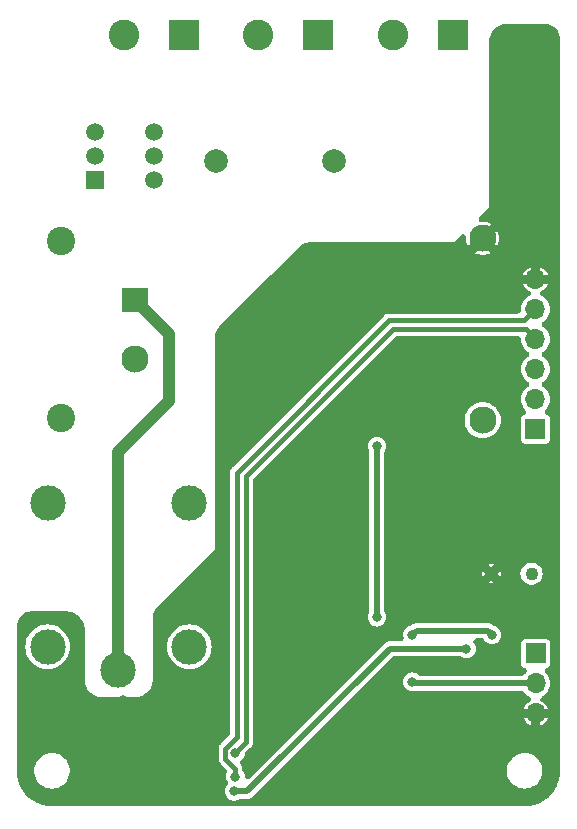
<source format=gbl>
%TF.GenerationSoftware,KiCad,Pcbnew,7.0.8*%
%TF.CreationDate,2025-03-27T12:51:53-03:00*%
%TF.ProjectId,on_off_module_x1,6f6e5f6f-6666-45f6-9d6f-64756c655f78,2.0*%
%TF.SameCoordinates,Original*%
%TF.FileFunction,Copper,L2,Bot*%
%TF.FilePolarity,Positive*%
%FSLAX46Y46*%
G04 Gerber Fmt 4.6, Leading zero omitted, Abs format (unit mm)*
G04 Created by KiCad (PCBNEW 7.0.8) date 2025-03-27 12:51:53*
%MOMM*%
%LPD*%
G01*
G04 APERTURE LIST*
%TA.AperFunction,ComponentPad*%
%ADD10C,1.100000*%
%TD*%
%TA.AperFunction,ComponentPad*%
%ADD11R,2.600000X2.600000*%
%TD*%
%TA.AperFunction,ComponentPad*%
%ADD12C,2.600000*%
%TD*%
%TA.AperFunction,ComponentPad*%
%ADD13C,2.000000*%
%TD*%
%TA.AperFunction,ComponentPad*%
%ADD14C,3.000000*%
%TD*%
%TA.AperFunction,ComponentPad*%
%ADD15R,1.700000X1.700000*%
%TD*%
%TA.AperFunction,ComponentPad*%
%ADD16O,1.700000X1.700000*%
%TD*%
%TA.AperFunction,ComponentPad*%
%ADD17C,2.400000*%
%TD*%
%TA.AperFunction,ComponentPad*%
%ADD18R,2.300000X2.000000*%
%TD*%
%TA.AperFunction,ComponentPad*%
%ADD19C,2.300000*%
%TD*%
%TA.AperFunction,ComponentPad*%
%ADD20R,1.500000X1.500000*%
%TD*%
%TA.AperFunction,ComponentPad*%
%ADD21C,1.500000*%
%TD*%
%TA.AperFunction,ViaPad*%
%ADD22C,0.800000*%
%TD*%
%TA.AperFunction,Conductor*%
%ADD23C,1.016000*%
%TD*%
%TA.AperFunction,Conductor*%
%ADD24C,0.508000*%
%TD*%
%TA.AperFunction,Conductor*%
%ADD25C,0.381000*%
%TD*%
G04 APERTURE END LIST*
D10*
%TO.P,R8,1*%
%TO.N,GND*%
X165721000Y-118350001D03*
%TO.P,R8,2*%
%TO.N,LDR*%
X169121000Y-118350001D03*
%TD*%
D11*
%TO.P,J3,1,Pin_1*%
%TO.N,NEUT*%
X162495500Y-72757001D03*
D12*
%TO.P,J3,2,Pin_2*%
%TO.N,Net-(J3-Pin_2)*%
X157415500Y-72757001D03*
%TD*%
D13*
%TO.P,C6,1*%
%TO.N,Net-(J2-Pin_1)*%
X152368000Y-83425001D03*
%TO.P,C6,2*%
%TO.N,Net-(C6-Pad2)*%
X142368000Y-83425001D03*
%TD*%
D14*
%TO.P,K1,11*%
%TO.N,LINE*%
X134147000Y-126527001D03*
%TO.P,K1,12*%
%TO.N,unconnected-(K1-Pad12)*%
X128147000Y-112327001D03*
%TO.P,K1,14*%
%TO.N,Net-(J3-Pin_2)*%
X140147000Y-112327001D03*
%TO.P,K1,A1*%
%TO.N,+12V*%
X140147000Y-124527001D03*
%TO.P,K1,A2*%
%TO.N,Net-(D2-A)*%
X128147000Y-124527001D03*
%TD*%
D15*
%TO.P,J4,1,Pin_1*%
%TO.N,unconnected-(J4-Pin_1-Pad1)*%
X169453000Y-106099001D03*
D16*
%TO.P,J4,2,Pin_2*%
%TO.N,unconnected-(J4-Pin_2-Pad2)*%
X169453000Y-103559001D03*
%TO.P,J4,3,Pin_3*%
%TO.N,+3.3V*%
X169453000Y-101019001D03*
%TO.P,J4,4,Pin_4*%
%TO.N,TX*%
X169453000Y-98479001D03*
%TO.P,J4,5,Pin_5*%
%TO.N,RX*%
X169453000Y-95939001D03*
%TO.P,J4,6,Pin_6*%
%TO.N,GND*%
X169453000Y-93399001D03*
%TD*%
D11*
%TO.P,J2,1,Pin_1*%
%TO.N,Net-(J2-Pin_1)*%
X151078000Y-72757001D03*
D12*
%TO.P,J2,2,Pin_2*%
%TO.N,Net-(J2-Pin_2)*%
X145998000Y-72757001D03*
%TD*%
D11*
%TO.P,J1,1,Pin_1*%
%TO.N,NEUT*%
X139660500Y-72757001D03*
D12*
%TO.P,J1,2,Pin_2*%
%TO.N,Net-(J1-Pin_2)*%
X134580500Y-72757001D03*
%TD*%
D17*
%TO.P,C1,1*%
%TO.N,LINE*%
X129321000Y-90149001D03*
%TO.P,C1,2*%
%TO.N,NEUT*%
X129321000Y-105149001D03*
%TD*%
D18*
%TO.P,PS1,1,AC/L*%
%TO.N,LINE*%
X135586500Y-95149001D03*
D19*
%TO.P,PS1,2,AC/N*%
%TO.N,NEUT*%
X135586500Y-100149001D03*
%TO.P,PS1,3,-Vout*%
%TO.N,GND*%
X164986500Y-89949001D03*
%TO.P,PS1,4,+Vout*%
%TO.N,+12V*%
X164986500Y-105349001D03*
%TD*%
D15*
%TO.P,J5,1,Pin_1*%
%TO.N,+3.3V*%
X169478000Y-125081001D03*
D16*
%TO.P,J5,2,Pin_2*%
%TO.N,FLASH*%
X169478000Y-127621001D03*
%TO.P,J5,3,Pin_3*%
%TO.N,GND*%
X169478000Y-130161001D03*
%TD*%
D20*
%TO.P,SW1,1,A*%
%TO.N,unconnected-(SW1-A-Pad1)*%
X132155000Y-84975001D03*
D21*
%TO.P,SW1,2,B*%
%TO.N,LINE*%
X132155000Y-82975001D03*
%TO.P,SW1,3,C*%
%TO.N,Net-(J1-Pin_2)*%
X132155000Y-80975001D03*
%TO.P,SW1,4,A*%
%TO.N,unconnected-(SW1-A-Pad4)*%
X137155000Y-84975001D03*
%TO.P,SW1,5,B*%
%TO.N,LINE*%
X137155000Y-82975001D03*
%TO.P,SW1,6,C*%
%TO.N,Net-(J1-Pin_2)*%
X137155000Y-80975001D03*
%TD*%
D22*
%TO.N,GND*%
X166533000Y-82535001D03*
X151653000Y-95355001D03*
X166783000Y-108285001D03*
X159273000Y-95355001D03*
X159273000Y-102975001D03*
X126783000Y-127785001D03*
X137283000Y-137285001D03*
X153093000Y-131340001D03*
X166283000Y-126035001D03*
X147843000Y-95355001D03*
X163083000Y-102975001D03*
X126783000Y-131535001D03*
X134533000Y-129035001D03*
X157642001Y-114046001D03*
X165533000Y-114285001D03*
X163083000Y-99165001D03*
X130533000Y-129785001D03*
X162283000Y-114285001D03*
X154283000Y-103785001D03*
X153093000Y-126035001D03*
X163083000Y-106785001D03*
X131533000Y-137285001D03*
X149283000Y-135785001D03*
X153093000Y-135785001D03*
X159273000Y-106785001D03*
X151653000Y-91545001D03*
X169033000Y-89035001D03*
X166533000Y-132035001D03*
X159273000Y-91545001D03*
X141783000Y-121868501D03*
X138211000Y-127785001D03*
X144033000Y-99165001D03*
X144033000Y-102975001D03*
X166533000Y-79535001D03*
X144033000Y-106785001D03*
X157783000Y-126535001D03*
X168588998Y-110486800D03*
X139783000Y-134535001D03*
X134783000Y-131285001D03*
X151653000Y-106785001D03*
X167283000Y-119785001D03*
X149033000Y-130285001D03*
X147843000Y-102975001D03*
X146283000Y-117285001D03*
X153093000Y-122450001D03*
X156903000Y-135785001D03*
X168691000Y-87285001D03*
X155463000Y-91545001D03*
X149283000Y-126035001D03*
X156903000Y-131340001D03*
X147843000Y-99165001D03*
X153959000Y-116092001D03*
X133033000Y-134535001D03*
X149283000Y-122450001D03*
X150657000Y-116092002D03*
X151653000Y-99165001D03*
X155463000Y-95355001D03*
X157642001Y-111292001D03*
X157533000Y-117535001D03*
X142533000Y-131285001D03*
X163083000Y-91545001D03*
X168588999Y-113484001D03*
X142533000Y-127785001D03*
X170033000Y-73035001D03*
X157783000Y-122285001D03*
%TO.N,SWITCH*%
X156033000Y-107535001D03*
X156033000Y-122035001D03*
%TO.N,LDR*%
X159039000Y-123518501D03*
X165770000Y-123518501D03*
%TO.N,TX*%
X144053000Y-133518501D03*
%TO.N,RX*%
X144053000Y-135518501D03*
%TO.N,FLASH*%
X159039000Y-127494001D03*
%TO.N,Net-(R5-Pad1)*%
X143926000Y-136765001D03*
X163611000Y-124700001D03*
%TD*%
D23*
%TO.N,LINE*%
X135586500Y-95149001D02*
X138465000Y-98027501D01*
X134147000Y-108063001D02*
X134147000Y-126527001D01*
X138465000Y-103745001D02*
X134147000Y-108063001D01*
X138465000Y-98027501D02*
X138465000Y-103745001D01*
D24*
%TO.N,SWITCH*%
X156033000Y-107535001D02*
X156033000Y-122035001D01*
%TO.N,LDR*%
X165427500Y-123176001D02*
X165770000Y-123518501D01*
X159039000Y-123518501D02*
X159381500Y-123176001D01*
X159381500Y-123176001D02*
X165427500Y-123176001D01*
D25*
%TO.N,TX*%
X144942000Y-110095001D02*
X157388000Y-97649001D01*
X144942000Y-132629501D02*
X144942000Y-110095001D01*
X168623000Y-97649001D02*
X169453000Y-98479001D01*
X144053000Y-133518501D02*
X144942000Y-132629501D01*
X157388000Y-97649001D02*
X168623000Y-97649001D01*
%TO.N,RX*%
X157070500Y-96887001D02*
X168505000Y-96887001D01*
X144180000Y-132193001D02*
X144180000Y-109777501D01*
X168505000Y-96887001D02*
X169453000Y-95939001D01*
X144053000Y-134860001D02*
X143199000Y-134006001D01*
X144053000Y-135518501D02*
X144053000Y-134860001D01*
X144180000Y-109777501D02*
X157070500Y-96887001D01*
X143199000Y-133174001D02*
X144180000Y-132193001D01*
X143199000Y-134006001D02*
X143199000Y-133174001D01*
D24*
%TO.N,FLASH*%
X169478000Y-127621001D02*
X159166000Y-127621001D01*
X159166000Y-127621001D02*
X159039000Y-127494001D01*
%TO.N,Net-(R5-Pad1)*%
X157118000Y-124700001D02*
X145053000Y-136765001D01*
X163611000Y-124700001D02*
X157118000Y-124700001D01*
X145053000Y-136765001D02*
X143926000Y-136765001D01*
%TD*%
%TA.AperFunction,Conductor*%
%TO.N,GND*%
G36*
X170268507Y-71785483D02*
G01*
X170308686Y-71788998D01*
X170461489Y-71802366D01*
X170504903Y-71810021D01*
X170675984Y-71855861D01*
X170717422Y-71870944D01*
X170785397Y-71902641D01*
X170877943Y-71945796D01*
X170916124Y-71967839D01*
X171061213Y-72069432D01*
X171094990Y-72097775D01*
X171220225Y-72223010D01*
X171248568Y-72256788D01*
X171350158Y-72401873D01*
X171372205Y-72440059D01*
X171447056Y-72600578D01*
X171462139Y-72642018D01*
X171482020Y-72716213D01*
X171505837Y-72805102D01*
X171507977Y-72813086D01*
X171515635Y-72856517D01*
X171532018Y-73043776D01*
X171532500Y-73054806D01*
X171532500Y-135031693D01*
X171532327Y-135038287D01*
X171532025Y-135044069D01*
X171525511Y-135168334D01*
X171518446Y-135294154D01*
X171518436Y-135294336D01*
X171515940Y-135329872D01*
X171512448Y-135365324D01*
X171511250Y-135375954D01*
X171511249Y-135375964D01*
X171509333Y-135391052D01*
X171490398Y-135510609D01*
X171470628Y-135626969D01*
X171464168Y-135662004D01*
X171457462Y-135693408D01*
X171455941Y-135699731D01*
X171420583Y-135831686D01*
X171385875Y-135952164D01*
X171375531Y-135986264D01*
X171370073Y-136002591D01*
X171316879Y-136141162D01*
X171265248Y-136265814D01*
X171253603Y-136292846D01*
X171250137Y-136300226D01*
X171180490Y-136436920D01*
X171110259Y-136563992D01*
X171101875Y-136578670D01*
X171098125Y-136584821D01*
X171013026Y-136715865D01*
X170922823Y-136842992D01*
X170921423Y-136844907D01*
X170917196Y-136850482D01*
X170818387Y-136972502D01*
X170814401Y-136977187D01*
X170711471Y-137092366D01*
X170706595Y-137097524D01*
X170595518Y-137208601D01*
X170590360Y-137213477D01*
X170475201Y-137316389D01*
X170470517Y-137320374D01*
X170348494Y-137419188D01*
X170342937Y-137423402D01*
X170340982Y-137424831D01*
X170213862Y-137515027D01*
X170082819Y-137600127D01*
X170076667Y-137603877D01*
X170065894Y-137610031D01*
X170061985Y-137612264D01*
X170027545Y-137631298D01*
X169934933Y-137682482D01*
X169798206Y-137752146D01*
X169790827Y-137755612D01*
X169763814Y-137767249D01*
X169639174Y-137818875D01*
X169500571Y-137872079D01*
X169490326Y-137875504D01*
X169484256Y-137877534D01*
X169459370Y-137885083D01*
X169450163Y-137887876D01*
X169329735Y-137922570D01*
X169197708Y-137957947D01*
X169191384Y-137959468D01*
X169171593Y-137963694D01*
X169160000Y-137966170D01*
X169124967Y-137972629D01*
X169092373Y-137978166D01*
X169008695Y-137992384D01*
X168889015Y-138011339D01*
X168878179Y-138012714D01*
X168873953Y-138013251D01*
X168863323Y-138014449D01*
X168848129Y-138015945D01*
X168827867Y-138017941D01*
X168792335Y-138020437D01*
X168666600Y-138027497D01*
X168552722Y-138033466D01*
X168536278Y-138034328D01*
X168529663Y-138034501D01*
X144143643Y-138034501D01*
X144046824Y-138015243D01*
X143964745Y-137960399D01*
X143926060Y-137902503D01*
X143914695Y-137927903D01*
X143842963Y-137995721D01*
X143750739Y-138030926D01*
X143708357Y-138034501D01*
X128536318Y-138034501D01*
X128529700Y-138034328D01*
X128399760Y-138027522D01*
X128291459Y-138021443D01*
X128273843Y-138020455D01*
X128256065Y-138019206D01*
X128238288Y-138017958D01*
X128202808Y-138014464D01*
X128191827Y-138013227D01*
X128176703Y-138011307D01*
X128120498Y-138002407D01*
X128057434Y-137992420D01*
X127941356Y-137972701D01*
X127934894Y-137971509D01*
X127906311Y-137966239D01*
X127874301Y-137959405D01*
X127867977Y-137957883D01*
X127736315Y-137922608D01*
X127616284Y-137888031D01*
X127601433Y-137883526D01*
X127582177Y-137877685D01*
X127564964Y-137871931D01*
X127481913Y-137840053D01*
X127426827Y-137818908D01*
X127380142Y-137799572D01*
X127302714Y-137767502D01*
X127275006Y-137755567D01*
X127267629Y-137752103D01*
X127131057Y-137682518D01*
X127004578Y-137612617D01*
X126989179Y-137603822D01*
X126983020Y-137600068D01*
X126852105Y-137515053D01*
X126846198Y-137510862D01*
X126725621Y-137425310D01*
X126722532Y-137423052D01*
X126717518Y-137419250D01*
X126595430Y-137320386D01*
X126590746Y-137316400D01*
X126503039Y-137238021D01*
X126475599Y-137213499D01*
X126470456Y-137208636D01*
X126359357Y-137097536D01*
X126354483Y-137092380D01*
X126315047Y-137048251D01*
X126251586Y-136977239D01*
X126247617Y-136972574D01*
X126221239Y-136940000D01*
X126201448Y-136915559D01*
X126148764Y-136850499D01*
X126144909Y-136845416D01*
X126142690Y-136842379D01*
X126052935Y-136715878D01*
X125967940Y-136584994D01*
X125964186Y-136578835D01*
X125955708Y-136563992D01*
X125955382Y-136563421D01*
X125929315Y-136516255D01*
X125885475Y-136436929D01*
X125815892Y-136300361D01*
X125812422Y-136292969D01*
X125800498Y-136265285D01*
X125749086Y-136141160D01*
X125715913Y-136054738D01*
X125696068Y-136003036D01*
X125692684Y-135992911D01*
X125690313Y-135985815D01*
X125679969Y-135951717D01*
X125645388Y-135831672D01*
X125636739Y-135799394D01*
X125610117Y-135700028D01*
X125608603Y-135693740D01*
X125604817Y-135676009D01*
X125601760Y-135661686D01*
X125595299Y-135626645D01*
X125576927Y-135518500D01*
X125575582Y-135510585D01*
X125556690Y-135391286D01*
X125554778Y-135376213D01*
X125553528Y-135365117D01*
X125550042Y-135329713D01*
X125547545Y-135294155D01*
X125540470Y-135168099D01*
X125540011Y-135159340D01*
X127032500Y-135159340D01*
X127071205Y-135391290D01*
X127073429Y-135404615D01*
X127154172Y-135639811D01*
X127272526Y-135858510D01*
X127272528Y-135858513D01*
X127272529Y-135858514D01*
X127425256Y-136054738D01*
X127425258Y-136054740D01*
X127425262Y-136054745D01*
X127608215Y-136223165D01*
X127608220Y-136223168D01*
X127608220Y-136223169D01*
X127816389Y-136359172D01*
X127816391Y-136359173D01*
X127816393Y-136359174D01*
X128044119Y-136459064D01*
X128285179Y-136520109D01*
X128359480Y-136526265D01*
X128470930Y-136535501D01*
X128470933Y-136535501D01*
X128595070Y-136535501D01*
X128687944Y-136527805D01*
X128780821Y-136520109D01*
X129021881Y-136459064D01*
X129249607Y-136359174D01*
X129457785Y-136223165D01*
X129640738Y-136054745D01*
X129793474Y-135858510D01*
X129911828Y-135639811D01*
X129992571Y-135404615D01*
X130033500Y-135159336D01*
X130033500Y-134910666D01*
X129992571Y-134665387D01*
X129911828Y-134430191D01*
X129793474Y-134211492D01*
X129662715Y-134043493D01*
X129640743Y-134015263D01*
X129640741Y-134015261D01*
X129640738Y-134015257D01*
X129630683Y-134006001D01*
X142622065Y-134006001D01*
X142626483Y-134039562D01*
X142626486Y-134039597D01*
X142641721Y-134155317D01*
X142641723Y-134155323D01*
X142699358Y-134294468D01*
X142791045Y-134413956D01*
X142791046Y-134413957D01*
X142814459Y-134431923D01*
X142826914Y-134442845D01*
X143288253Y-134904185D01*
X143343097Y-134986264D01*
X143362355Y-135083083D01*
X143348158Y-135166643D01*
X143291098Y-135329713D01*
X143286273Y-135343501D01*
X143266555Y-135518501D01*
X143286273Y-135693501D01*
X143290766Y-135706340D01*
X143344436Y-135859723D01*
X143344437Y-135859725D01*
X143344438Y-135859727D01*
X143384358Y-135923259D01*
X143419561Y-136015481D01*
X143416793Y-136114158D01*
X143376474Y-136204264D01*
X143349036Y-136236757D01*
X143311129Y-136274664D01*
X143217439Y-136423771D01*
X143217436Y-136423778D01*
X143159273Y-136590001D01*
X143139555Y-136765000D01*
X143139555Y-136765001D01*
X143159273Y-136940000D01*
X143217436Y-137106223D01*
X143217439Y-137106230D01*
X143311129Y-137255337D01*
X143435663Y-137379871D01*
X143584770Y-137473561D01*
X143584772Y-137473562D01*
X143584774Y-137473563D01*
X143751000Y-137531728D01*
X143751001Y-137531728D01*
X143751004Y-137531729D01*
X143764652Y-137534844D01*
X143854759Y-137575163D01*
X143922577Y-137646895D01*
X143927148Y-137658869D01*
X143964745Y-137602603D01*
X144046824Y-137547759D01*
X144087348Y-137534844D01*
X144100995Y-137531729D01*
X144100996Y-137531728D01*
X144101000Y-137531728D01*
X144267226Y-137473563D01*
X144321787Y-137439280D01*
X144414012Y-137404076D01*
X144456391Y-137400501D01*
X144963395Y-137400501D01*
X144975306Y-137401063D01*
X144992719Y-137402709D01*
X145062985Y-137400501D01*
X145092983Y-137400501D01*
X145092985Y-137400501D01*
X145096989Y-137399995D01*
X145108874Y-137399058D01*
X145153205Y-137397666D01*
X145163145Y-137394777D01*
X145202029Y-137386725D01*
X145212299Y-137385428D01*
X145253540Y-137369099D01*
X145264790Y-137365247D01*
X145307393Y-137352870D01*
X145316305Y-137347599D01*
X145351960Y-137330131D01*
X145361588Y-137326320D01*
X145375242Y-137316400D01*
X145397471Y-137300249D01*
X145407425Y-137293710D01*
X145445598Y-137271135D01*
X145452913Y-137263819D01*
X145483115Y-137238025D01*
X145491487Y-137231943D01*
X145519766Y-137197757D01*
X145527767Y-137188964D01*
X147557391Y-135159340D01*
X167032500Y-135159340D01*
X167071205Y-135391290D01*
X167073429Y-135404615D01*
X167154172Y-135639811D01*
X167272526Y-135858510D01*
X167272528Y-135858513D01*
X167272529Y-135858514D01*
X167425256Y-136054738D01*
X167425258Y-136054740D01*
X167425262Y-136054745D01*
X167608215Y-136223165D01*
X167608220Y-136223168D01*
X167608220Y-136223169D01*
X167816389Y-136359172D01*
X167816391Y-136359173D01*
X167816393Y-136359174D01*
X168044119Y-136459064D01*
X168285179Y-136520109D01*
X168359480Y-136526265D01*
X168470930Y-136535501D01*
X168470933Y-136535501D01*
X168595070Y-136535501D01*
X168687944Y-136527805D01*
X168780821Y-136520109D01*
X169021881Y-136459064D01*
X169249607Y-136359174D01*
X169457785Y-136223165D01*
X169640738Y-136054745D01*
X169793474Y-135858510D01*
X169911828Y-135639811D01*
X169992571Y-135404615D01*
X170033500Y-135159336D01*
X170033500Y-134910666D01*
X169992571Y-134665387D01*
X169911828Y-134430191D01*
X169793474Y-134211492D01*
X169662715Y-134043493D01*
X169640743Y-134015263D01*
X169640741Y-134015261D01*
X169640738Y-134015257D01*
X169457785Y-133846837D01*
X169457779Y-133846833D01*
X169457779Y-133846832D01*
X169249610Y-133710829D01*
X169069480Y-133631817D01*
X169021881Y-133610938D01*
X169015870Y-133609415D01*
X168780823Y-133549893D01*
X168780818Y-133549892D01*
X168595070Y-133534501D01*
X168595067Y-133534501D01*
X168470933Y-133534501D01*
X168470930Y-133534501D01*
X168285181Y-133549892D01*
X168285176Y-133549893D01*
X168044122Y-133610937D01*
X168044119Y-133610938D01*
X167816389Y-133710829D01*
X167608220Y-133846832D01*
X167608220Y-133846833D01*
X167608217Y-133846835D01*
X167608215Y-133846837D01*
X167467103Y-133976740D01*
X167425261Y-134015258D01*
X167425256Y-134015263D01*
X167272529Y-134211487D01*
X167272526Y-134211490D01*
X167272526Y-134211492D01*
X167154172Y-134430191D01*
X167151843Y-134436975D01*
X167073429Y-134665386D01*
X167073428Y-134665390D01*
X167032500Y-134910661D01*
X167032500Y-135159340D01*
X147557391Y-135159340D01*
X152174731Y-130542001D01*
X168438586Y-130542001D01*
X168444140Y-130561519D01*
X168444142Y-130561526D01*
X168535336Y-130744667D01*
X168535336Y-130744668D01*
X168658635Y-130907944D01*
X168809841Y-131045787D01*
X168983794Y-131153493D01*
X168983802Y-131153497D01*
X169096999Y-131197350D01*
X169097000Y-131197349D01*
X169097000Y-130542001D01*
X168438586Y-130542001D01*
X152174731Y-130542001D01*
X155222732Y-127494001D01*
X158252555Y-127494001D01*
X158272273Y-127669000D01*
X158330436Y-127835223D01*
X158330439Y-127835230D01*
X158424129Y-127984337D01*
X158548663Y-128108871D01*
X158697770Y-128202561D01*
X158697772Y-128202562D01*
X158697774Y-128202563D01*
X158864000Y-128260728D01*
X159039000Y-128280446D01*
X159214000Y-128260728D01*
X159214001Y-128260727D01*
X159228118Y-128259137D01*
X159228237Y-128260195D01*
X159261025Y-128256501D01*
X168287895Y-128256501D01*
X168384714Y-128275759D01*
X168466793Y-128330603D01*
X168495138Y-128364384D01*
X168531013Y-128415618D01*
X168683383Y-128567988D01*
X168859898Y-128691585D01*
X168945552Y-128731526D01*
X169025158Y-128789895D01*
X169076369Y-128874288D01*
X169091386Y-128971855D01*
X169067923Y-129067742D01*
X169009552Y-129147351D01*
X168971814Y-129175925D01*
X168809843Y-129276212D01*
X168658635Y-129414057D01*
X168535336Y-129577333D01*
X168535336Y-129577334D01*
X168444142Y-129760475D01*
X168444140Y-129760482D01*
X168438586Y-129780001D01*
X169154176Y-129780001D01*
X169096239Y-129830203D01*
X169018507Y-129951157D01*
X168978000Y-130089112D01*
X168978000Y-130232890D01*
X169018507Y-130370845D01*
X169096239Y-130491799D01*
X169204900Y-130585953D01*
X169335685Y-130645681D01*
X169442237Y-130661001D01*
X169513763Y-130661001D01*
X169620315Y-130645681D01*
X169751100Y-130585953D01*
X169801824Y-130542001D01*
X169859000Y-130542001D01*
X169859000Y-131197350D01*
X169972197Y-131153497D01*
X169972205Y-131153493D01*
X170146158Y-131045787D01*
X170297364Y-130907944D01*
X170420663Y-130744668D01*
X170420663Y-130744667D01*
X170511857Y-130561526D01*
X170511859Y-130561519D01*
X170517414Y-130542001D01*
X169859000Y-130542001D01*
X169801824Y-130542001D01*
X169859761Y-130491799D01*
X169937493Y-130370845D01*
X169978000Y-130232890D01*
X169978000Y-130089112D01*
X169937493Y-129951157D01*
X169859761Y-129830203D01*
X169801824Y-129780001D01*
X170517414Y-129780001D01*
X170511859Y-129760482D01*
X170511857Y-129760475D01*
X170420663Y-129577334D01*
X170420663Y-129577333D01*
X170297364Y-129414057D01*
X170146156Y-129276212D01*
X169984185Y-129175925D01*
X169912006Y-129108583D01*
X169871092Y-129018745D01*
X169867672Y-128920089D01*
X169902267Y-128827633D01*
X169969609Y-128755454D01*
X170010435Y-128731532D01*
X170096102Y-128691585D01*
X170272617Y-128567988D01*
X170424987Y-128415618D01*
X170548584Y-128239103D01*
X170639652Y-128043808D01*
X170695423Y-127835666D01*
X170714204Y-127621001D01*
X170695423Y-127406336D01*
X170639652Y-127198194D01*
X170548584Y-127002899D01*
X170424987Y-126826384D01*
X170324044Y-126725441D01*
X170269201Y-126643363D01*
X170249943Y-126546544D01*
X170269201Y-126449725D01*
X170324045Y-126367646D01*
X170406124Y-126312802D01*
X170428249Y-126304821D01*
X170438355Y-126301697D01*
X170438361Y-126301697D01*
X170552746Y-126245777D01*
X170642776Y-126155747D01*
X170698696Y-126041362D01*
X170709500Y-125967207D01*
X170709500Y-124194795D01*
X170698696Y-124120640D01*
X170642776Y-124006255D01*
X170552746Y-123916225D01*
X170438361Y-123860305D01*
X170438359Y-123860304D01*
X170438358Y-123860304D01*
X170364207Y-123849501D01*
X170364206Y-123849501D01*
X168591794Y-123849501D01*
X168591792Y-123849501D01*
X168517641Y-123860304D01*
X168517639Y-123860305D01*
X168403254Y-123916225D01*
X168403252Y-123916226D01*
X168403251Y-123916227D01*
X168313226Y-124006252D01*
X168313225Y-124006253D01*
X168313224Y-124006255D01*
X168283363Y-124067336D01*
X168257303Y-124120642D01*
X168246500Y-124194793D01*
X168246500Y-125967208D01*
X168257303Y-126041359D01*
X168257303Y-126041360D01*
X168257304Y-126041362D01*
X168313224Y-126155747D01*
X168403254Y-126245777D01*
X168517639Y-126301697D01*
X168517643Y-126301697D01*
X168517644Y-126301698D01*
X168527752Y-126304822D01*
X168614569Y-126351807D01*
X168676797Y-126428439D01*
X168704963Y-126523051D01*
X168694778Y-126621240D01*
X168647793Y-126708057D01*
X168631955Y-126725441D01*
X168531015Y-126826381D01*
X168531010Y-126826387D01*
X168495141Y-126877615D01*
X168423833Y-126945878D01*
X168331829Y-126981657D01*
X168287895Y-126985501D01*
X159740503Y-126985501D01*
X159643684Y-126966243D01*
X159561605Y-126911399D01*
X159529336Y-126879130D01*
X159380229Y-126785440D01*
X159380222Y-126785437D01*
X159275207Y-126748691D01*
X159214000Y-126727274D01*
X159039000Y-126707556D01*
X158864000Y-126727274D01*
X158697777Y-126785437D01*
X158697770Y-126785440D01*
X158548663Y-126879130D01*
X158424129Y-127003664D01*
X158330439Y-127152771D01*
X158330436Y-127152778D01*
X158272273Y-127319001D01*
X158252555Y-127494000D01*
X158252555Y-127494001D01*
X155222732Y-127494001D01*
X157307131Y-125409603D01*
X157389210Y-125354759D01*
X157486029Y-125335501D01*
X163080609Y-125335501D01*
X163177428Y-125354759D01*
X163215213Y-125374280D01*
X163269774Y-125408563D01*
X163436000Y-125466728D01*
X163611000Y-125486446D01*
X163786000Y-125466728D01*
X163952226Y-125408563D01*
X164006787Y-125374280D01*
X164101336Y-125314871D01*
X164101337Y-125314869D01*
X164101340Y-125314868D01*
X164225867Y-125190341D01*
X164319562Y-125041227D01*
X164377727Y-124875001D01*
X164397445Y-124700001D01*
X164377727Y-124525001D01*
X164319562Y-124358775D01*
X164319561Y-124358773D01*
X164319560Y-124358771D01*
X164219235Y-124199105D01*
X164184031Y-124106880D01*
X164186799Y-124008203D01*
X164227119Y-123918097D01*
X164298852Y-123850280D01*
X164391077Y-123815076D01*
X164433456Y-123811501D01*
X164891308Y-123811501D01*
X164988127Y-123830759D01*
X165070206Y-123885603D01*
X165105530Y-123929898D01*
X165155131Y-124008839D01*
X165279663Y-124133371D01*
X165428770Y-124227061D01*
X165428772Y-124227062D01*
X165428774Y-124227063D01*
X165595000Y-124285228D01*
X165770000Y-124304946D01*
X165945000Y-124285228D01*
X166111226Y-124227063D01*
X166155721Y-124199105D01*
X166260336Y-124133371D01*
X166260337Y-124133369D01*
X166260340Y-124133368D01*
X166384867Y-124008841D01*
X166395802Y-123991439D01*
X166478560Y-123859730D01*
X166478559Y-123859730D01*
X166478562Y-123859727D01*
X166536727Y-123693501D01*
X166556445Y-123518501D01*
X166536727Y-123343501D01*
X166478562Y-123177275D01*
X166478561Y-123177273D01*
X166478560Y-123177271D01*
X166384870Y-123028164D01*
X166260336Y-122903630D01*
X166111229Y-122809940D01*
X166111217Y-122809935D01*
X165932268Y-122747318D01*
X165855497Y-122702380D01*
X165854850Y-122703215D01*
X165845376Y-122695864D01*
X165836322Y-122688130D01*
X165804008Y-122657785D01*
X165804002Y-122657781D01*
X165794936Y-122652797D01*
X165761751Y-122630999D01*
X165753567Y-122624651D01*
X165753566Y-122624650D01*
X165753564Y-122624649D01*
X165712857Y-122607034D01*
X165702166Y-122601797D01*
X165663303Y-122580432D01*
X165653269Y-122577855D01*
X165615710Y-122564996D01*
X165606207Y-122560883D01*
X165562414Y-122553947D01*
X165550740Y-122551530D01*
X165513394Y-122541942D01*
X165507782Y-122540501D01*
X165507781Y-122540501D01*
X165497428Y-122540501D01*
X165457851Y-122537386D01*
X165447622Y-122535766D01*
X165447620Y-122535765D01*
X165403475Y-122539939D01*
X165391563Y-122540501D01*
X159471105Y-122540501D01*
X159459194Y-122539939D01*
X159441780Y-122538292D01*
X159371515Y-122540501D01*
X159341517Y-122540501D01*
X159341514Y-122540501D01*
X159341495Y-122540502D01*
X159337475Y-122541010D01*
X159325615Y-122541942D01*
X159281297Y-122543335D01*
X159281291Y-122543336D01*
X159271334Y-122546229D01*
X159232483Y-122554274D01*
X159222209Y-122555572D01*
X159222202Y-122555573D01*
X159222201Y-122555574D01*
X159222199Y-122555574D01*
X159222191Y-122555577D01*
X159180971Y-122571896D01*
X159169699Y-122575756D01*
X159127106Y-122588132D01*
X159118183Y-122593409D01*
X159082552Y-122610865D01*
X159072913Y-122614681D01*
X159072905Y-122614686D01*
X159037035Y-122640746D01*
X159027077Y-122647287D01*
X158988905Y-122669864D01*
X158988896Y-122669871D01*
X158981568Y-122677199D01*
X158951399Y-122702965D01*
X158933088Y-122716270D01*
X158867930Y-122750398D01*
X158697782Y-122809935D01*
X158697770Y-122809940D01*
X158548663Y-122903630D01*
X158424129Y-123028164D01*
X158330439Y-123177271D01*
X158330436Y-123177278D01*
X158272273Y-123343501D01*
X158252555Y-123518500D01*
X158252555Y-123518501D01*
X158272273Y-123693502D01*
X158284324Y-123727942D01*
X158298123Y-123825689D01*
X158273465Y-123921275D01*
X158214105Y-124000150D01*
X158129080Y-124050304D01*
X158045521Y-124064501D01*
X157207618Y-124064501D01*
X157195706Y-124063939D01*
X157178282Y-124062291D01*
X157107997Y-124064501D01*
X157078002Y-124064501D01*
X157073984Y-124065009D01*
X157062118Y-124065942D01*
X157017797Y-124067335D01*
X157017791Y-124067336D01*
X157007834Y-124070229D01*
X156968983Y-124078274D01*
X156958709Y-124079572D01*
X156958696Y-124079575D01*
X156917472Y-124095896D01*
X156906197Y-124099757D01*
X156863607Y-124112131D01*
X156863605Y-124112132D01*
X156854682Y-124117409D01*
X156819056Y-124134862D01*
X156809417Y-124138678D01*
X156809412Y-124138681D01*
X156773541Y-124164743D01*
X156763578Y-124171288D01*
X156725403Y-124193865D01*
X156725398Y-124193868D01*
X156718073Y-124201194D01*
X156687895Y-124226968D01*
X156679513Y-124233057D01*
X156651242Y-124267230D01*
X156643219Y-124276047D01*
X145267771Y-135651496D01*
X145185692Y-135706340D01*
X145088873Y-135725598D01*
X144992054Y-135706340D01*
X144909975Y-135651496D01*
X144855131Y-135569417D01*
X144837465Y-135500929D01*
X144819727Y-135343501D01*
X144761562Y-135177275D01*
X144667867Y-135028161D01*
X144667865Y-135028159D01*
X144666719Y-135026335D01*
X144631515Y-134934110D01*
X144630440Y-134876583D01*
X144629935Y-134876583D01*
X144629935Y-134860001D01*
X144625551Y-134826698D01*
X144625547Y-134826660D01*
X144610278Y-134710684D01*
X144610277Y-134710681D01*
X144610277Y-134710679D01*
X144552641Y-134571533D01*
X144546307Y-134563278D01*
X144530854Y-134543140D01*
X144491692Y-134492101D01*
X144448031Y-134403565D01*
X144441576Y-134305061D01*
X144473307Y-134211584D01*
X144534674Y-134140278D01*
X144543331Y-134133373D01*
X144543340Y-134133368D01*
X144667867Y-134008841D01*
X144669652Y-134006001D01*
X144761560Y-133859730D01*
X144761559Y-133859730D01*
X144761562Y-133859727D01*
X144819727Y-133693501D01*
X144826677Y-133631812D01*
X144856652Y-133537762D01*
X144899184Y-133481245D01*
X145314094Y-133066335D01*
X145326531Y-133055428D01*
X145349955Y-133037456D01*
X145441641Y-132917969D01*
X145499277Y-132778823D01*
X145500959Y-132766046D01*
X145513999Y-132667005D01*
X145514000Y-132666992D01*
X145518936Y-132629501D01*
X145515084Y-132600241D01*
X145514000Y-132583711D01*
X145514000Y-122035001D01*
X155246555Y-122035001D01*
X155266273Y-122210000D01*
X155324436Y-122376223D01*
X155324439Y-122376230D01*
X155418129Y-122525337D01*
X155542663Y-122649871D01*
X155691770Y-122743561D01*
X155691772Y-122743562D01*
X155691774Y-122743563D01*
X155858000Y-122801728D01*
X156033000Y-122821446D01*
X156208000Y-122801728D01*
X156374226Y-122743563D01*
X156412404Y-122719574D01*
X156523336Y-122649871D01*
X156523337Y-122649869D01*
X156523340Y-122649868D01*
X156647867Y-122525341D01*
X156741562Y-122376227D01*
X156799727Y-122210001D01*
X156819445Y-122035001D01*
X156799727Y-121860001D01*
X156741562Y-121693775D01*
X156707278Y-121639212D01*
X156672074Y-121546987D01*
X156668500Y-121504609D01*
X156668500Y-119120670D01*
X165489145Y-119120670D01*
X165540958Y-119138800D01*
X165540964Y-119138802D01*
X165720999Y-119159088D01*
X165721001Y-119159088D01*
X165901040Y-119138801D01*
X165901041Y-119138801D01*
X165952853Y-119120671D01*
X165721000Y-118888816D01*
X165489145Y-119120670D01*
X156668500Y-119120670D01*
X156668500Y-118350001D01*
X164911913Y-118350001D01*
X164932199Y-118530040D01*
X164950329Y-118581854D01*
X165182183Y-118350000D01*
X165154024Y-118321841D01*
X165417105Y-118321841D01*
X165427454Y-118433522D01*
X165477448Y-118533923D01*
X165560334Y-118609485D01*
X165664920Y-118650001D01*
X165748802Y-118650001D01*
X165831250Y-118634589D01*
X165926610Y-118575544D01*
X165994201Y-118486039D01*
X166024895Y-118378161D01*
X166022285Y-118350000D01*
X166259815Y-118350000D01*
X166491670Y-118581854D01*
X166509800Y-118530042D01*
X166509800Y-118530041D01*
X166530087Y-118350001D01*
X168184369Y-118350001D01*
X168204837Y-118544740D01*
X168234031Y-118634589D01*
X168265345Y-118730963D01*
X168363250Y-118900539D01*
X168494272Y-119046053D01*
X168652684Y-119161147D01*
X168831565Y-119240790D01*
X168831572Y-119240792D01*
X169023089Y-119281500D01*
X169023092Y-119281500D01*
X169023095Y-119281501D01*
X169023097Y-119281501D01*
X169218903Y-119281501D01*
X169218905Y-119281501D01*
X169218910Y-119281500D01*
X169410427Y-119240792D01*
X169410431Y-119240790D01*
X169410435Y-119240790D01*
X169589316Y-119161147D01*
X169747728Y-119046053D01*
X169878750Y-118900539D01*
X169976655Y-118730963D01*
X170037163Y-118544738D01*
X170057631Y-118350001D01*
X170037163Y-118155264D01*
X169976655Y-117969039D01*
X169878750Y-117799463D01*
X169747728Y-117653949D01*
X169589316Y-117538855D01*
X169589314Y-117538854D01*
X169410434Y-117459211D01*
X169410427Y-117459209D01*
X169218910Y-117418501D01*
X169218905Y-117418501D01*
X169023095Y-117418501D01*
X169023089Y-117418501D01*
X168831572Y-117459209D01*
X168831565Y-117459211D01*
X168652683Y-117538855D01*
X168494273Y-117653947D01*
X168494270Y-117653950D01*
X168363251Y-117799461D01*
X168265344Y-117969041D01*
X168204837Y-118155261D01*
X168184369Y-118350001D01*
X166530087Y-118350001D01*
X166530087Y-118350000D01*
X166509801Y-118169965D01*
X166509799Y-118169959D01*
X166491669Y-118118146D01*
X166259815Y-118350000D01*
X166022285Y-118350000D01*
X166014546Y-118266480D01*
X165964552Y-118166079D01*
X165881666Y-118090517D01*
X165777080Y-118050001D01*
X165693198Y-118050001D01*
X165610750Y-118065413D01*
X165515390Y-118124458D01*
X165447799Y-118213963D01*
X165417105Y-118321841D01*
X165154024Y-118321841D01*
X164950328Y-118118145D01*
X164932200Y-118169955D01*
X164932199Y-118169962D01*
X164911913Y-118350000D01*
X164911913Y-118350001D01*
X156668500Y-118350001D01*
X156668500Y-117579329D01*
X165489144Y-117579329D01*
X165720999Y-117811184D01*
X165952853Y-117579330D01*
X165901039Y-117561200D01*
X165721001Y-117540914D01*
X165720999Y-117540914D01*
X165540961Y-117561200D01*
X165540954Y-117561201D01*
X165489144Y-117579329D01*
X156668500Y-117579329D01*
X156668500Y-108065391D01*
X156687758Y-107968572D01*
X156707281Y-107930784D01*
X156741561Y-107876228D01*
X156741562Y-107876227D01*
X156799727Y-107710001D01*
X156819445Y-107535001D01*
X156799727Y-107360001D01*
X156741562Y-107193775D01*
X156741561Y-107193773D01*
X156741560Y-107193771D01*
X156647870Y-107044664D01*
X156523336Y-106920130D01*
X156374229Y-106826440D01*
X156374222Y-106826437D01*
X156269207Y-106789691D01*
X156208000Y-106768274D01*
X156033000Y-106748556D01*
X155858000Y-106768274D01*
X155691777Y-106826437D01*
X155691770Y-106826440D01*
X155542663Y-106920130D01*
X155418129Y-107044664D01*
X155324439Y-107193771D01*
X155324436Y-107193778D01*
X155266273Y-107360001D01*
X155246555Y-107535000D01*
X155246555Y-107535001D01*
X155266273Y-107710000D01*
X155324438Y-107876228D01*
X155358719Y-107930784D01*
X155393925Y-108023008D01*
X155397500Y-108065391D01*
X155397500Y-121504609D01*
X155378242Y-121601428D01*
X155358722Y-121639212D01*
X155324439Y-121693773D01*
X155324436Y-121693778D01*
X155266273Y-121860001D01*
X155246555Y-122035000D01*
X155246555Y-122035001D01*
X145514000Y-122035001D01*
X145514000Y-110436727D01*
X145533258Y-110339908D01*
X145588102Y-110257829D01*
X150496930Y-105349001D01*
X163450264Y-105349001D01*
X163469177Y-105589318D01*
X163525454Y-105823727D01*
X163617703Y-106046436D01*
X163743657Y-106251975D01*
X163743665Y-106251986D01*
X163900215Y-106435282D01*
X163900218Y-106435285D01*
X164083514Y-106591835D01*
X164083519Y-106591838D01*
X164083523Y-106591842D01*
X164289063Y-106717797D01*
X164511777Y-106810048D01*
X164746180Y-106866323D01*
X164906393Y-106878932D01*
X164986499Y-106885237D01*
X164986500Y-106885237D01*
X164986501Y-106885237D01*
X165046580Y-106880508D01*
X165226820Y-106866323D01*
X165461223Y-106810048D01*
X165683937Y-106717797D01*
X165889477Y-106591842D01*
X166072783Y-106435284D01*
X166229341Y-106251978D01*
X166355296Y-106046438D01*
X166447547Y-105823724D01*
X166503822Y-105589321D01*
X166522736Y-105349001D01*
X166503822Y-105108681D01*
X166447547Y-104874278D01*
X166355296Y-104651564D01*
X166229341Y-104446024D01*
X166229337Y-104446020D01*
X166229334Y-104446015D01*
X166072784Y-104262719D01*
X166072781Y-104262716D01*
X165889485Y-104106166D01*
X165889474Y-104106158D01*
X165712517Y-103997719D01*
X165683937Y-103980205D01*
X165565042Y-103930957D01*
X165461226Y-103887955D01*
X165461224Y-103887954D01*
X165461223Y-103887954D01*
X165344021Y-103859816D01*
X165226817Y-103831678D01*
X164986501Y-103812765D01*
X164986499Y-103812765D01*
X164746182Y-103831678D01*
X164511773Y-103887955D01*
X164289064Y-103980204D01*
X164083525Y-104106158D01*
X164083514Y-104106166D01*
X163900218Y-104262716D01*
X163900215Y-104262719D01*
X163743665Y-104446015D01*
X163743657Y-104446026D01*
X163617703Y-104651565D01*
X163525454Y-104874274D01*
X163469177Y-105108683D01*
X163450264Y-105349000D01*
X163450264Y-105349001D01*
X150496930Y-105349001D01*
X157550828Y-98295103D01*
X157632907Y-98240259D01*
X157729726Y-98221001D01*
X167963796Y-98221001D01*
X168060615Y-98240259D01*
X168142694Y-98295103D01*
X168197538Y-98377182D01*
X168215605Y-98468015D01*
X168215833Y-98467996D01*
X168216014Y-98470073D01*
X168216796Y-98474001D01*
X168216796Y-98479002D01*
X168235576Y-98693661D01*
X168235578Y-98693673D01*
X168287121Y-98886033D01*
X168291348Y-98901808D01*
X168382416Y-99097103D01*
X168506013Y-99273618D01*
X168658383Y-99425988D01*
X168694909Y-99451564D01*
X168823716Y-99541755D01*
X168891980Y-99613064D01*
X168927758Y-99705067D01*
X168925605Y-99803760D01*
X168885848Y-99894115D01*
X168823716Y-99956247D01*
X168658386Y-100072011D01*
X168658380Y-100072016D01*
X168506015Y-100224381D01*
X168506010Y-100224387D01*
X168382417Y-100400897D01*
X168291347Y-100596197D01*
X168235578Y-100804328D01*
X168235576Y-100804340D01*
X168216796Y-101018999D01*
X168216796Y-101019002D01*
X168235576Y-101233661D01*
X168235578Y-101233673D01*
X168277960Y-101391842D01*
X168291348Y-101441808D01*
X168382416Y-101637103D01*
X168506013Y-101813618D01*
X168658383Y-101965988D01*
X168658386Y-101965990D01*
X168823716Y-102081755D01*
X168891980Y-102153064D01*
X168927758Y-102245067D01*
X168925605Y-102343760D01*
X168885848Y-102434115D01*
X168823716Y-102496247D01*
X168658386Y-102612011D01*
X168658380Y-102612016D01*
X168506015Y-102764381D01*
X168506010Y-102764387D01*
X168382417Y-102940897D01*
X168291347Y-103136197D01*
X168235578Y-103344328D01*
X168235576Y-103344340D01*
X168216796Y-103558999D01*
X168216796Y-103559002D01*
X168235576Y-103773661D01*
X168235578Y-103773673D01*
X168287121Y-103966033D01*
X168291348Y-103981808D01*
X168382416Y-104177103D01*
X168433722Y-104250376D01*
X168506010Y-104353614D01*
X168506015Y-104353620D01*
X168606954Y-104454559D01*
X168661798Y-104536638D01*
X168681056Y-104633457D01*
X168661798Y-104730276D01*
X168606954Y-104812355D01*
X168524875Y-104867199D01*
X168502760Y-104875177D01*
X168492645Y-104878302D01*
X168492639Y-104878305D01*
X168378254Y-104934225D01*
X168378252Y-104934226D01*
X168378251Y-104934227D01*
X168288226Y-105024252D01*
X168288225Y-105024253D01*
X168288224Y-105024255D01*
X168246950Y-105108681D01*
X168232303Y-105138642D01*
X168221500Y-105212793D01*
X168221500Y-106985208D01*
X168232303Y-107059359D01*
X168232303Y-107059360D01*
X168232304Y-107059362D01*
X168288224Y-107173747D01*
X168378254Y-107263777D01*
X168492639Y-107319697D01*
X168566794Y-107330501D01*
X168566796Y-107330501D01*
X170339204Y-107330501D01*
X170339206Y-107330501D01*
X170413361Y-107319697D01*
X170527746Y-107263777D01*
X170617776Y-107173747D01*
X170673696Y-107059362D01*
X170684500Y-106985207D01*
X170684500Y-105212795D01*
X170673696Y-105138640D01*
X170617776Y-105024255D01*
X170527746Y-104934225D01*
X170413361Y-104878305D01*
X170413359Y-104878304D01*
X170413350Y-104878300D01*
X170403242Y-104875177D01*
X170316426Y-104828191D01*
X170254199Y-104751557D01*
X170226036Y-104656944D01*
X170236223Y-104558756D01*
X170283209Y-104471940D01*
X170299035Y-104454569D01*
X170399987Y-104353618D01*
X170523584Y-104177103D01*
X170614652Y-103981808D01*
X170670423Y-103773666D01*
X170689204Y-103559001D01*
X170670423Y-103344336D01*
X170614652Y-103136194D01*
X170523584Y-102940899D01*
X170399987Y-102764384D01*
X170247617Y-102612014D01*
X170082280Y-102496244D01*
X170014020Y-102424939D01*
X169978241Y-102332935D01*
X169980394Y-102234243D01*
X170020151Y-102143887D01*
X170082279Y-102081758D01*
X170247617Y-101965988D01*
X170399987Y-101813618D01*
X170523584Y-101637103D01*
X170614652Y-101441808D01*
X170670423Y-101233666D01*
X170689204Y-101019001D01*
X170670423Y-100804336D01*
X170614652Y-100596194D01*
X170523584Y-100400899D01*
X170399987Y-100224384D01*
X170247617Y-100072014D01*
X170082280Y-99956244D01*
X170014020Y-99884939D01*
X169978241Y-99792935D01*
X169980394Y-99694243D01*
X170020151Y-99603887D01*
X170082279Y-99541758D01*
X170247617Y-99425988D01*
X170399987Y-99273618D01*
X170523584Y-99097103D01*
X170614652Y-98901808D01*
X170670423Y-98693666D01*
X170689204Y-98479001D01*
X170670423Y-98264336D01*
X170614652Y-98056194D01*
X170523584Y-97860899D01*
X170399987Y-97684384D01*
X170247617Y-97532014D01*
X170082280Y-97416244D01*
X170014020Y-97344939D01*
X169978241Y-97252935D01*
X169980394Y-97154243D01*
X170020151Y-97063887D01*
X170082279Y-97001758D01*
X170247617Y-96885988D01*
X170399987Y-96733618D01*
X170523584Y-96557103D01*
X170614652Y-96361808D01*
X170670423Y-96153666D01*
X170689204Y-95939001D01*
X170670423Y-95724336D01*
X170614652Y-95516194D01*
X170523584Y-95320899D01*
X170399987Y-95144384D01*
X170247617Y-94992014D01*
X170071102Y-94868417D01*
X169985445Y-94828474D01*
X169905841Y-94770105D01*
X169854630Y-94685712D01*
X169839613Y-94588145D01*
X169863076Y-94492258D01*
X169921448Y-94412650D01*
X169959186Y-94384075D01*
X170121158Y-94283787D01*
X170272364Y-94145944D01*
X170395663Y-93982668D01*
X170395663Y-93982667D01*
X170486857Y-93799526D01*
X170486859Y-93799519D01*
X170492414Y-93780001D01*
X169776824Y-93780001D01*
X169834761Y-93729799D01*
X169912493Y-93608845D01*
X169953000Y-93470890D01*
X169953000Y-93327112D01*
X169912493Y-93189157D01*
X169834761Y-93068203D01*
X169726100Y-92974049D01*
X169595315Y-92914321D01*
X169488763Y-92899001D01*
X169417237Y-92899001D01*
X169310685Y-92914321D01*
X169179900Y-92974049D01*
X169071239Y-93068203D01*
X168993507Y-93189157D01*
X168953000Y-93327112D01*
X168953000Y-93470890D01*
X168993507Y-93608845D01*
X169071239Y-93729799D01*
X169129176Y-93780001D01*
X168413586Y-93780001D01*
X168419140Y-93799519D01*
X168419142Y-93799526D01*
X168510336Y-93982667D01*
X168510336Y-93982668D01*
X168633635Y-94145944D01*
X168784841Y-94283787D01*
X168946813Y-94384075D01*
X169018992Y-94451418D01*
X169059907Y-94541255D01*
X169063327Y-94639912D01*
X169028733Y-94732367D01*
X168961390Y-94804546D01*
X168920551Y-94828476D01*
X168834901Y-94868415D01*
X168834896Y-94868418D01*
X168658386Y-94992011D01*
X168658380Y-94992016D01*
X168506015Y-95144381D01*
X168506010Y-95144387D01*
X168382417Y-95320897D01*
X168382416Y-95320899D01*
X168335012Y-95422558D01*
X168291347Y-95516197D01*
X168235578Y-95724328D01*
X168235576Y-95724340D01*
X168216796Y-95938999D01*
X168216796Y-95939002D01*
X168225628Y-96039950D01*
X168214882Y-96138079D01*
X168167401Y-96224626D01*
X168090414Y-96286414D01*
X167995642Y-96314038D01*
X167973591Y-96315001D01*
X157116290Y-96315001D01*
X157099760Y-96313917D01*
X157070502Y-96310065D01*
X157070499Y-96310065D01*
X157033008Y-96315001D01*
X156921178Y-96329724D01*
X156921177Y-96329724D01*
X156782032Y-96387359D01*
X156662545Y-96479045D01*
X156662542Y-96479048D01*
X156644574Y-96502463D01*
X156633656Y-96514913D01*
X143807912Y-109340657D01*
X143795462Y-109351575D01*
X143772047Y-109369543D01*
X143772044Y-109369546D01*
X143680358Y-109489033D01*
X143622723Y-109628178D01*
X143622721Y-109628184D01*
X143606891Y-109748428D01*
X143606890Y-109748438D01*
X143603065Y-109777500D01*
X143606917Y-109806760D01*
X143608000Y-109823288D01*
X143608000Y-131851274D01*
X143588742Y-131948093D01*
X143533898Y-132030172D01*
X142826912Y-132737157D01*
X142814462Y-132748076D01*
X142791045Y-132766045D01*
X142759113Y-132807659D01*
X142759111Y-132807662D01*
X142699359Y-132885531D01*
X142641723Y-133024678D01*
X142641721Y-133024684D01*
X142625891Y-133144928D01*
X142625890Y-133144938D01*
X142622065Y-133174000D01*
X142625917Y-133203260D01*
X142627000Y-133219788D01*
X142627000Y-133960212D01*
X142625917Y-133976740D01*
X142622065Y-134006001D01*
X129630683Y-134006001D01*
X129457785Y-133846837D01*
X129457779Y-133846833D01*
X129457779Y-133846832D01*
X129249610Y-133710829D01*
X129069480Y-133631817D01*
X129021881Y-133610938D01*
X129015870Y-133609415D01*
X128780823Y-133549893D01*
X128780818Y-133549892D01*
X128595070Y-133534501D01*
X128595067Y-133534501D01*
X128470933Y-133534501D01*
X128470930Y-133534501D01*
X128285181Y-133549892D01*
X128285176Y-133549893D01*
X128044122Y-133610937D01*
X128044119Y-133610938D01*
X127816389Y-133710829D01*
X127608220Y-133846832D01*
X127608220Y-133846833D01*
X127608217Y-133846835D01*
X127608215Y-133846837D01*
X127467103Y-133976740D01*
X127425261Y-134015258D01*
X127425256Y-134015263D01*
X127272529Y-134211487D01*
X127272526Y-134211490D01*
X127272526Y-134211492D01*
X127154172Y-134430191D01*
X127151843Y-134436975D01*
X127073429Y-134665386D01*
X127073428Y-134665390D01*
X127032500Y-134910661D01*
X127032500Y-135159340D01*
X125540011Y-135159340D01*
X125533673Y-135038316D01*
X125533500Y-135031705D01*
X125533500Y-124527006D01*
X126260694Y-124527006D01*
X126279892Y-124795439D01*
X126279894Y-124795453D01*
X126337104Y-125058439D01*
X126431152Y-125310593D01*
X126431155Y-125310599D01*
X126560136Y-125546813D01*
X126560137Y-125546814D01*
X126721421Y-125762264D01*
X126721426Y-125762270D01*
X126911730Y-125952574D01*
X126911736Y-125952579D01*
X127127186Y-126113863D01*
X127127187Y-126113864D01*
X127203891Y-126155747D01*
X127363400Y-126242845D01*
X127363403Y-126242846D01*
X127363407Y-126242848D01*
X127521188Y-126301697D01*
X127615566Y-126336898D01*
X127878551Y-126394107D01*
X127878557Y-126394107D01*
X127878561Y-126394108D01*
X128146995Y-126413307D01*
X128147000Y-126413307D01*
X128147005Y-126413307D01*
X128415438Y-126394108D01*
X128415440Y-126394107D01*
X128415449Y-126394107D01*
X128678434Y-126336898D01*
X128930600Y-126242845D01*
X129166814Y-126113863D01*
X129382268Y-125952576D01*
X129572575Y-125762269D01*
X129733862Y-125546815D01*
X129862844Y-125310601D01*
X129956897Y-125058435D01*
X130014106Y-124795450D01*
X130033306Y-124527001D01*
X130021274Y-124358778D01*
X130014107Y-124258562D01*
X130014105Y-124258548D01*
X130007256Y-124227063D01*
X129956897Y-123995567D01*
X129927304Y-123916225D01*
X129862847Y-123743408D01*
X129862844Y-123743402D01*
X129862844Y-123743401D01*
X129740040Y-123518501D01*
X129733863Y-123507188D01*
X129733862Y-123507187D01*
X129572578Y-123291737D01*
X129572573Y-123291731D01*
X129382269Y-123101427D01*
X129382263Y-123101422D01*
X129166813Y-122940138D01*
X129166812Y-122940137D01*
X128930598Y-122811156D01*
X128930592Y-122811153D01*
X128678438Y-122717105D01*
X128678434Y-122717104D01*
X128634794Y-122707610D01*
X128415452Y-122659895D01*
X128415438Y-122659893D01*
X128147005Y-122640695D01*
X128146995Y-122640695D01*
X127878561Y-122659893D01*
X127878547Y-122659895D01*
X127615561Y-122717105D01*
X127363407Y-122811153D01*
X127363401Y-122811156D01*
X127127187Y-122940137D01*
X127127186Y-122940138D01*
X126911736Y-123101422D01*
X126911730Y-123101427D01*
X126721426Y-123291731D01*
X126721421Y-123291737D01*
X126560137Y-123507187D01*
X126560136Y-123507188D01*
X126431155Y-123743402D01*
X126431152Y-123743408D01*
X126337104Y-123995562D01*
X126279894Y-124258548D01*
X126279892Y-124258562D01*
X126260694Y-124526995D01*
X126260694Y-124527006D01*
X125533500Y-124527006D01*
X125533500Y-122804807D01*
X125533982Y-122793777D01*
X125537777Y-122750398D01*
X125550365Y-122606509D01*
X125558019Y-122563099D01*
X125603861Y-122392012D01*
X125618943Y-122350578D01*
X125662875Y-122256366D01*
X125693797Y-122190052D01*
X125715835Y-122151881D01*
X125817436Y-122006781D01*
X125845768Y-121973016D01*
X125971015Y-121847769D01*
X126004780Y-121819437D01*
X126149880Y-121717836D01*
X126188051Y-121695798D01*
X126348577Y-121620944D01*
X126390011Y-121605862D01*
X126561098Y-121560020D01*
X126604508Y-121552366D01*
X126758428Y-121538900D01*
X126797493Y-121535483D01*
X126808523Y-121535001D01*
X129771166Y-121535001D01*
X129782999Y-121535056D01*
X129788915Y-121535139D01*
X129794831Y-121535222D01*
X129841941Y-121536101D01*
X129896328Y-121538998D01*
X129905054Y-121539767D01*
X129959103Y-121546420D01*
X130035013Y-121558442D01*
X130127946Y-121576928D01*
X130137605Y-121579246D01*
X130228784Y-121604961D01*
X130262897Y-121616045D01*
X130351801Y-121648843D01*
X130360968Y-121652641D01*
X130447012Y-121692307D01*
X130472214Y-121705149D01*
X130478965Y-121708589D01*
X130495495Y-121717846D01*
X130561633Y-121754886D01*
X130570105Y-121760077D01*
X130648879Y-121812713D01*
X130658122Y-121819428D01*
X130677890Y-121833790D01*
X130752301Y-121892450D01*
X130759847Y-121898896D01*
X130829429Y-121963216D01*
X130854785Y-121988572D01*
X130919104Y-122058153D01*
X130925551Y-122065701D01*
X130984211Y-122140111D01*
X130984212Y-122140112D01*
X131005288Y-122169122D01*
X131057923Y-122247896D01*
X131063114Y-122256366D01*
X131109411Y-122339035D01*
X131109412Y-122339036D01*
X131125697Y-122370997D01*
X131135388Y-122392018D01*
X131165360Y-122457033D01*
X131169161Y-122466211D01*
X131185510Y-122510526D01*
X131201955Y-122555102D01*
X131213039Y-122589216D01*
X131227572Y-122640746D01*
X131238753Y-122680395D01*
X131241072Y-122690053D01*
X131259559Y-122782987D01*
X131271581Y-122858899D01*
X131278235Y-122912959D01*
X131279003Y-122921682D01*
X131279987Y-122940137D01*
X131281902Y-122976061D01*
X131282779Y-123023169D01*
X131282945Y-123035002D01*
X131283000Y-123046835D01*
X131283000Y-127285001D01*
X131285197Y-127402881D01*
X131322077Y-127635737D01*
X131352960Y-127730785D01*
X131352964Y-127730799D01*
X131364044Y-127764898D01*
X131394931Y-127859958D01*
X131440302Y-127949004D01*
X131440308Y-127949017D01*
X131447588Y-127963305D01*
X131455899Y-127979615D01*
X131501964Y-128070021D01*
X131560700Y-128150864D01*
X131560711Y-128150881D01*
X131579124Y-128176223D01*
X131640539Y-128260754D01*
X131807247Y-128427462D01*
X131888110Y-128486212D01*
X131917120Y-128507290D01*
X131917136Y-128507300D01*
X131997980Y-128566037D01*
X132087035Y-128611413D01*
X132118984Y-128627693D01*
X132119006Y-128627703D01*
X132208043Y-128673070D01*
X132303101Y-128703956D01*
X132303103Y-128703957D01*
X132337202Y-128715037D01*
X132337230Y-128715045D01*
X132432264Y-128745924D01*
X132530977Y-128761558D01*
X132530987Y-128761560D01*
X132589058Y-128770756D01*
X132665120Y-128782804D01*
X132724040Y-128783901D01*
X132724056Y-128783902D01*
X132724060Y-128783903D01*
X132725005Y-128783920D01*
X132761328Y-128784596D01*
X132783000Y-128785001D01*
X135521166Y-128785001D01*
X135521168Y-128785001D01*
X135533000Y-128785001D01*
X135554340Y-128784602D01*
X135591030Y-128783919D01*
X135591940Y-128783903D01*
X135591942Y-128783902D01*
X135591959Y-128783901D01*
X135650880Y-128782804D01*
X135718534Y-128772088D01*
X135785013Y-128761560D01*
X135785025Y-128761557D01*
X135883736Y-128745924D01*
X135978761Y-128715047D01*
X135978798Y-128715037D01*
X136012897Y-128703957D01*
X136012898Y-128703956D01*
X136107957Y-128673070D01*
X136196982Y-128627708D01*
X136197016Y-128627693D01*
X136228965Y-128611413D01*
X136228975Y-128611407D01*
X136318020Y-128566037D01*
X136398863Y-128507300D01*
X136398880Y-128507290D01*
X136427890Y-128486212D01*
X136508753Y-128427462D01*
X136675461Y-128260754D01*
X136736875Y-128176223D01*
X136755289Y-128150881D01*
X136755299Y-128150864D01*
X136814036Y-128070021D01*
X136860100Y-127979615D01*
X136875692Y-127949017D01*
X136875707Y-127948983D01*
X136921069Y-127859958D01*
X136951956Y-127764898D01*
X136963036Y-127730799D01*
X136963046Y-127730762D01*
X136993923Y-127635737D01*
X137030803Y-127402881D01*
X137031901Y-127343955D01*
X137031902Y-127343941D01*
X137032779Y-127296833D01*
X137033000Y-127285001D01*
X137033000Y-124527006D01*
X138260694Y-124527006D01*
X138279892Y-124795439D01*
X138279894Y-124795453D01*
X138337104Y-125058439D01*
X138431152Y-125310593D01*
X138431155Y-125310599D01*
X138560136Y-125546813D01*
X138560137Y-125546814D01*
X138721421Y-125762264D01*
X138721426Y-125762270D01*
X138911730Y-125952574D01*
X138911736Y-125952579D01*
X139127186Y-126113863D01*
X139127187Y-126113864D01*
X139203891Y-126155747D01*
X139363400Y-126242845D01*
X139363403Y-126242846D01*
X139363407Y-126242848D01*
X139521188Y-126301697D01*
X139615566Y-126336898D01*
X139878551Y-126394107D01*
X139878557Y-126394107D01*
X139878561Y-126394108D01*
X140146995Y-126413307D01*
X140147000Y-126413307D01*
X140147005Y-126413307D01*
X140415438Y-126394108D01*
X140415440Y-126394107D01*
X140415449Y-126394107D01*
X140678434Y-126336898D01*
X140930600Y-126242845D01*
X141166814Y-126113863D01*
X141382268Y-125952576D01*
X141572575Y-125762269D01*
X141733862Y-125546815D01*
X141862844Y-125310601D01*
X141956897Y-125058435D01*
X142014106Y-124795450D01*
X142033306Y-124527001D01*
X142021274Y-124358778D01*
X142014107Y-124258562D01*
X142014105Y-124258548D01*
X142007256Y-124227063D01*
X141956897Y-123995567D01*
X141927304Y-123916225D01*
X141862847Y-123743408D01*
X141862844Y-123743402D01*
X141862844Y-123743401D01*
X141740040Y-123518501D01*
X141733863Y-123507188D01*
X141733862Y-123507187D01*
X141572578Y-123291737D01*
X141572573Y-123291731D01*
X141382269Y-123101427D01*
X141382263Y-123101422D01*
X141166813Y-122940138D01*
X141166812Y-122940137D01*
X140930598Y-122811156D01*
X140930592Y-122811153D01*
X140678438Y-122717105D01*
X140678434Y-122717104D01*
X140634794Y-122707610D01*
X140415452Y-122659895D01*
X140415438Y-122659893D01*
X140147005Y-122640695D01*
X140146995Y-122640695D01*
X139878561Y-122659893D01*
X139878547Y-122659895D01*
X139615561Y-122717105D01*
X139363407Y-122811153D01*
X139363401Y-122811156D01*
X139127187Y-122940137D01*
X139127186Y-122940138D01*
X138911736Y-123101422D01*
X138911730Y-123101427D01*
X138721426Y-123291731D01*
X138721421Y-123291737D01*
X138560137Y-123507187D01*
X138560136Y-123507188D01*
X138431155Y-123743402D01*
X138431152Y-123743408D01*
X138337104Y-123995562D01*
X138279894Y-124258548D01*
X138279892Y-124258562D01*
X138260694Y-124526995D01*
X138260694Y-124527006D01*
X137033000Y-124527006D01*
X137033000Y-122067273D01*
X137033609Y-122054867D01*
X137040130Y-121988661D01*
X137054961Y-121838078D01*
X137064634Y-121789449D01*
X137122440Y-121598885D01*
X137141419Y-121553068D01*
X137141795Y-121552365D01*
X137235290Y-121377447D01*
X137262838Y-121336219D01*
X137401038Y-121167822D01*
X137409360Y-121158640D01*
X141911026Y-116656975D01*
X142283000Y-116285001D01*
X142283000Y-98317273D01*
X142283609Y-98304867D01*
X142287602Y-98264328D01*
X142304961Y-98088078D01*
X142314634Y-98039449D01*
X142372440Y-97848885D01*
X142391419Y-97803068D01*
X142454859Y-97684381D01*
X142485290Y-97627447D01*
X142512838Y-97586219D01*
X142651038Y-97417822D01*
X142659360Y-97408640D01*
X147049999Y-93018001D01*
X168413586Y-93018001D01*
X169072000Y-93018001D01*
X169072000Y-92362650D01*
X169834000Y-92362650D01*
X169834000Y-93018001D01*
X170492414Y-93018001D01*
X170486859Y-92998482D01*
X170486857Y-92998475D01*
X170395663Y-92815334D01*
X170395663Y-92815333D01*
X170272364Y-92652057D01*
X170121158Y-92514214D01*
X169947203Y-92406507D01*
X169947202Y-92406506D01*
X169834000Y-92362650D01*
X169072000Y-92362650D01*
X168958797Y-92406506D01*
X168958796Y-92406507D01*
X168784841Y-92514214D01*
X168633635Y-92652057D01*
X168510336Y-92815333D01*
X168510336Y-92815334D01*
X168419142Y-92998475D01*
X168419140Y-92998482D01*
X168413586Y-93018001D01*
X147049999Y-93018001D01*
X148893959Y-91174041D01*
X164300273Y-91174041D01*
X164420586Y-91239152D01*
X164420591Y-91239154D01*
X164640664Y-91314705D01*
X164640662Y-91314705D01*
X164870155Y-91353000D01*
X164870158Y-91353001D01*
X165102842Y-91353001D01*
X165102844Y-91353000D01*
X165332336Y-91314705D01*
X165552412Y-91239153D01*
X165552418Y-91239150D01*
X165672726Y-91174042D01*
X164986500Y-90487816D01*
X164300273Y-91174041D01*
X148893959Y-91174041D01*
X149406639Y-90661361D01*
X149415821Y-90653039D01*
X149584218Y-90514839D01*
X149625446Y-90487291D01*
X149801070Y-90393418D01*
X149846884Y-90374441D01*
X150037448Y-90316635D01*
X150086077Y-90306962D01*
X150302868Y-90285609D01*
X150315273Y-90285001D01*
X162006940Y-90285001D01*
X162006949Y-90285001D01*
X162533000Y-90285001D01*
X163153691Y-89664309D01*
X163235767Y-89609469D01*
X163332586Y-89590210D01*
X163429404Y-89609468D01*
X163511484Y-89664312D01*
X163566327Y-89746391D01*
X163585586Y-89843210D01*
X163584722Y-89864100D01*
X163577688Y-89948998D01*
X163577688Y-89949000D01*
X163596901Y-90180881D01*
X163596902Y-90180887D01*
X163654021Y-90406444D01*
X163654022Y-90406445D01*
X163747485Y-90619517D01*
X163747491Y-90619528D01*
X163759213Y-90637470D01*
X163759214Y-90637471D01*
X164486500Y-89910185D01*
X164486500Y-90020890D01*
X164527007Y-90158845D01*
X164604739Y-90279799D01*
X164713400Y-90373953D01*
X164844185Y-90433681D01*
X164950737Y-90449001D01*
X165022263Y-90449001D01*
X165128815Y-90433681D01*
X165259600Y-90373953D01*
X165368261Y-90279799D01*
X165445993Y-90158845D01*
X165486500Y-90020890D01*
X165486500Y-89949001D01*
X165525315Y-89949001D01*
X166213784Y-90637470D01*
X166213786Y-90637470D01*
X166225509Y-90619527D01*
X166225512Y-90619521D01*
X166318977Y-90406445D01*
X166318978Y-90406444D01*
X166376097Y-90180887D01*
X166376098Y-90180881D01*
X166395311Y-89949001D01*
X166376098Y-89717120D01*
X166376097Y-89717114D01*
X166318978Y-89491557D01*
X166318977Y-89491556D01*
X166225513Y-89278482D01*
X166213784Y-89260530D01*
X165525315Y-89949000D01*
X165525315Y-89949001D01*
X165486500Y-89949001D01*
X165486500Y-89877112D01*
X165445993Y-89739157D01*
X165368261Y-89618203D01*
X165259600Y-89524049D01*
X165128815Y-89464321D01*
X165022263Y-89449001D01*
X164950737Y-89449001D01*
X164947172Y-89449513D01*
X164986500Y-89410186D01*
X165672725Y-88723959D01*
X165552413Y-88658849D01*
X165552408Y-88658847D01*
X165332335Y-88583296D01*
X165332337Y-88583296D01*
X165102843Y-88545001D01*
X164883796Y-88545001D01*
X164786977Y-88525743D01*
X164704898Y-88470899D01*
X164650054Y-88388820D01*
X164630796Y-88292001D01*
X164650054Y-88195182D01*
X164704898Y-88113103D01*
X165533000Y-87285001D01*
X165533000Y-73296835D01*
X165533055Y-73285002D01*
X165533221Y-73273169D01*
X165534100Y-73226060D01*
X165536997Y-73171672D01*
X165537766Y-73162946D01*
X165544419Y-73108898D01*
X165556441Y-73032988D01*
X165574927Y-72940055D01*
X165577246Y-72930394D01*
X165602964Y-72839203D01*
X165614044Y-72805102D01*
X165646842Y-72716200D01*
X165650640Y-72707032D01*
X165690308Y-72620986D01*
X165706588Y-72589036D01*
X165752884Y-72506368D01*
X165758077Y-72497895D01*
X165810712Y-72419121D01*
X165823249Y-72401865D01*
X165831789Y-72390111D01*
X165890461Y-72315684D01*
X165896896Y-72308152D01*
X165961216Y-72238571D01*
X165986570Y-72213217D01*
X166056151Y-72148897D01*
X166063683Y-72142462D01*
X166138110Y-72083790D01*
X166167120Y-72062713D01*
X166245894Y-72010078D01*
X166254361Y-72004888D01*
X166337035Y-71958589D01*
X166343786Y-71955149D01*
X166368985Y-71942309D01*
X166429701Y-71914317D01*
X166455039Y-71902637D01*
X166464198Y-71898843D01*
X166553103Y-71866045D01*
X166587207Y-71854963D01*
X166635592Y-71841317D01*
X166678400Y-71829245D01*
X166688054Y-71826928D01*
X166780987Y-71808442D01*
X166856897Y-71796420D01*
X166910945Y-71789767D01*
X166919669Y-71788998D01*
X166922082Y-71788869D01*
X166974059Y-71786101D01*
X167021169Y-71785222D01*
X167027084Y-71785139D01*
X167033001Y-71785056D01*
X167044834Y-71785001D01*
X170257477Y-71785001D01*
X170268507Y-71785483D01*
G37*
%TD.AperFunction*%
%TD*%
M02*

</source>
